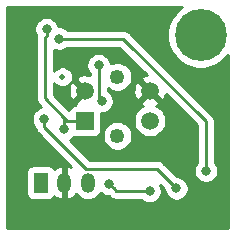
<source format=gbr>
G04 #@! TF.GenerationSoftware,KiCad,Pcbnew,(5.1.2)-1*
G04 #@! TF.CreationDate,2020-06-07T15:31:51+02:00*
G04 #@! TF.ProjectId,ir-detector,69722d64-6574-4656-9374-6f722e6b6963,rev?*
G04 #@! TF.SameCoordinates,Original*
G04 #@! TF.FileFunction,Copper,L2,Bot*
G04 #@! TF.FilePolarity,Positive*
%FSLAX46Y46*%
G04 Gerber Fmt 4.6, Leading zero omitted, Abs format (unit mm)*
G04 Created by KiCad (PCBNEW (5.1.2)-1) date 2020-06-07 15:31:51*
%MOMM*%
%LPD*%
G04 APERTURE LIST*
%ADD10C,4.400000*%
%ADD11C,0.700000*%
%ADD12R,1.200000X1.700000*%
%ADD13O,1.200000X1.700000*%
%ADD14C,1.250000*%
%ADD15C,0.500000*%
%ADD16C,1.500000*%
%ADD17R,1.500000X1.500000*%
%ADD18C,0.800000*%
%ADD19C,0.250000*%
%ADD20C,0.254000*%
G04 APERTURE END LIST*
D10*
X82042000Y-48514000D03*
D11*
X83692000Y-48514000D03*
X83208726Y-49680726D03*
X82042000Y-50164000D03*
X80875274Y-49680726D03*
X80392000Y-48514000D03*
X80875274Y-47347274D03*
X82042000Y-46864000D03*
X83208726Y-47347274D03*
D12*
X68500000Y-61000000D03*
D13*
X70500000Y-61000000D03*
X72500000Y-61000000D03*
D14*
X75000000Y-57040000D03*
X75000000Y-52050000D03*
D15*
X70350000Y-52050000D03*
D16*
X77750000Y-55770000D03*
X77750000Y-53230000D03*
X72250000Y-53230000D03*
D17*
X72250000Y-55770000D03*
D18*
X67000000Y-58500000D03*
X67000000Y-51500000D03*
X75946000Y-48006000D03*
X82500000Y-60000000D03*
X70093888Y-48814184D03*
X73660000Y-54102000D03*
X73406000Y-51054000D03*
X80000000Y-61500000D03*
X68775000Y-55637653D03*
X70500020Y-56500000D03*
X69000000Y-48000000D03*
X77724000Y-61722000D03*
X74294509Y-61103884D03*
D19*
X70659573Y-48814184D02*
X70093888Y-48814184D01*
X82500000Y-60000000D02*
X82500000Y-55830000D01*
X75484184Y-48814184D02*
X70659573Y-48814184D01*
X82500000Y-55830000D02*
X75484184Y-48814184D01*
X73406000Y-53848000D02*
X73406000Y-51054000D01*
X73660000Y-54102000D02*
X73406000Y-53848000D01*
X79600001Y-61100001D02*
X80000000Y-61500000D01*
X78324990Y-59824990D02*
X79600001Y-61100001D01*
X72333312Y-59824990D02*
X78324990Y-59824990D01*
X68775000Y-55637653D02*
X68775000Y-56266678D01*
X68775000Y-56266678D02*
X72333312Y-59824990D01*
X70760000Y-55770000D02*
X70500000Y-55510000D01*
X72250000Y-55770000D02*
X70760000Y-55770000D01*
X70500000Y-55510000D02*
X70500000Y-55500000D01*
X70500020Y-55934315D02*
X70500020Y-56500000D01*
X70500000Y-55500000D02*
X70500020Y-55500020D01*
X70500020Y-55500020D02*
X70500020Y-55934315D01*
X77724000Y-61722000D02*
X74912625Y-61722000D01*
X74694508Y-61503883D02*
X74294509Y-61103884D01*
X74912625Y-61722000D02*
X74694508Y-61503883D01*
X68870998Y-53870998D02*
X70500000Y-55500000D01*
X68870998Y-48694687D02*
X68870998Y-53870998D01*
X69000000Y-48000000D02*
X69000000Y-48565685D01*
X69000000Y-48565685D02*
X68870998Y-48694687D01*
D20*
G36*
X80234793Y-46311912D02*
G01*
X79839912Y-46706793D01*
X79529656Y-47171124D01*
X79315948Y-47687061D01*
X79207000Y-48234777D01*
X79207000Y-48793223D01*
X79315948Y-49340939D01*
X79529656Y-49856876D01*
X79839912Y-50321207D01*
X80234793Y-50716088D01*
X80699124Y-51026344D01*
X81215061Y-51240052D01*
X81762777Y-51349000D01*
X82321223Y-51349000D01*
X82868939Y-51240052D01*
X83384876Y-51026344D01*
X83849207Y-50716088D01*
X84244088Y-50321207D01*
X84340000Y-50177664D01*
X84340001Y-64840000D01*
X65660000Y-64840000D01*
X65660000Y-60150000D01*
X67261928Y-60150000D01*
X67261928Y-61850000D01*
X67274188Y-61974482D01*
X67310498Y-62094180D01*
X67369463Y-62204494D01*
X67448815Y-62301185D01*
X67545506Y-62380537D01*
X67655820Y-62439502D01*
X67775518Y-62475812D01*
X67900000Y-62488072D01*
X69100000Y-62488072D01*
X69224482Y-62475812D01*
X69344180Y-62439502D01*
X69454494Y-62380537D01*
X69551185Y-62301185D01*
X69630537Y-62204494D01*
X69652962Y-62162540D01*
X69670872Y-62181938D01*
X69868616Y-62325786D01*
X70090623Y-62428292D01*
X70182391Y-62443462D01*
X70373000Y-62318731D01*
X70373000Y-61127000D01*
X70353000Y-61127000D01*
X70353000Y-60873000D01*
X70373000Y-60873000D01*
X70373000Y-59681269D01*
X70182391Y-59556538D01*
X70090623Y-59571708D01*
X69868616Y-59674214D01*
X69670872Y-59818062D01*
X69652962Y-59837460D01*
X69630537Y-59795506D01*
X69551185Y-59698815D01*
X69454494Y-59619463D01*
X69344180Y-59560498D01*
X69224482Y-59524188D01*
X69100000Y-59511928D01*
X67900000Y-59511928D01*
X67775518Y-59524188D01*
X67655820Y-59560498D01*
X67545506Y-59619463D01*
X67448815Y-59698815D01*
X67369463Y-59795506D01*
X67310498Y-59905820D01*
X67274188Y-60025518D01*
X67261928Y-60150000D01*
X65660000Y-60150000D01*
X65660000Y-55535714D01*
X67740000Y-55535714D01*
X67740000Y-55739592D01*
X67779774Y-55939551D01*
X67857795Y-56127909D01*
X67971063Y-56297427D01*
X68019081Y-56345445D01*
X68025997Y-56415664D01*
X68069454Y-56558925D01*
X68074994Y-56569289D01*
X68140026Y-56690954D01*
X68200122Y-56764180D01*
X68235000Y-56806679D01*
X68263998Y-56830477D01*
X71087448Y-59653928D01*
X70909377Y-59571708D01*
X70817609Y-59556538D01*
X70627000Y-59681269D01*
X70627000Y-60873000D01*
X70647000Y-60873000D01*
X70647000Y-61127000D01*
X70627000Y-61127000D01*
X70627000Y-62318731D01*
X70817609Y-62443462D01*
X70909377Y-62428292D01*
X71131384Y-62325786D01*
X71329128Y-62181938D01*
X71495009Y-62002276D01*
X71505568Y-61985022D01*
X71622499Y-62127502D01*
X71810552Y-62281833D01*
X72025100Y-62396511D01*
X72257899Y-62467130D01*
X72500000Y-62490975D01*
X72742102Y-62467130D01*
X72974901Y-62396511D01*
X73189449Y-62281833D01*
X73377502Y-62127502D01*
X73531833Y-61939449D01*
X73578693Y-61851779D01*
X73634735Y-61907821D01*
X73804253Y-62021089D01*
X73992611Y-62099110D01*
X74192570Y-62138884D01*
X74254708Y-62138884D01*
X74348821Y-62232997D01*
X74372624Y-62262001D01*
X74488349Y-62356974D01*
X74620378Y-62427546D01*
X74763639Y-62471003D01*
X74875292Y-62482000D01*
X74875302Y-62482000D01*
X74912624Y-62485676D01*
X74949947Y-62482000D01*
X77020289Y-62482000D01*
X77064226Y-62525937D01*
X77233744Y-62639205D01*
X77422102Y-62717226D01*
X77622061Y-62757000D01*
X77825939Y-62757000D01*
X78025898Y-62717226D01*
X78214256Y-62639205D01*
X78383774Y-62525937D01*
X78527937Y-62381774D01*
X78641205Y-62212256D01*
X78719226Y-62023898D01*
X78759000Y-61823939D01*
X78759000Y-61620061D01*
X78719226Y-61420102D01*
X78641205Y-61231744D01*
X78609515Y-61184317D01*
X78965000Y-61539802D01*
X78965000Y-61601939D01*
X79004774Y-61801898D01*
X79082795Y-61990256D01*
X79196063Y-62159774D01*
X79340226Y-62303937D01*
X79509744Y-62417205D01*
X79698102Y-62495226D01*
X79898061Y-62535000D01*
X80101939Y-62535000D01*
X80301898Y-62495226D01*
X80490256Y-62417205D01*
X80659774Y-62303937D01*
X80803937Y-62159774D01*
X80917205Y-61990256D01*
X80995226Y-61801898D01*
X81035000Y-61601939D01*
X81035000Y-61398061D01*
X80995226Y-61198102D01*
X80917205Y-61009744D01*
X80803937Y-60840226D01*
X80659774Y-60696063D01*
X80490256Y-60582795D01*
X80301898Y-60504774D01*
X80101939Y-60465000D01*
X80039802Y-60465000D01*
X78888794Y-59313993D01*
X78864991Y-59284989D01*
X78749266Y-59190016D01*
X78617237Y-59119444D01*
X78473976Y-59075987D01*
X78362323Y-59064990D01*
X78362312Y-59064990D01*
X78324990Y-59061314D01*
X78287668Y-59064990D01*
X72648114Y-59064990D01*
X70996302Y-57413179D01*
X71159794Y-57303937D01*
X71303957Y-57159774D01*
X71323774Y-57130116D01*
X71375518Y-57145812D01*
X71500000Y-57158072D01*
X73000000Y-57158072D01*
X73124482Y-57145812D01*
X73244180Y-57109502D01*
X73354494Y-57050537D01*
X73451185Y-56971185D01*
X73496555Y-56915901D01*
X73740000Y-56915901D01*
X73740000Y-57164099D01*
X73788421Y-57407529D01*
X73883402Y-57636834D01*
X74021294Y-57843203D01*
X74196797Y-58018706D01*
X74403166Y-58156598D01*
X74632471Y-58251579D01*
X74875901Y-58300000D01*
X75124099Y-58300000D01*
X75367529Y-58251579D01*
X75596834Y-58156598D01*
X75803203Y-58018706D01*
X75978706Y-57843203D01*
X76116598Y-57636834D01*
X76211579Y-57407529D01*
X76260000Y-57164099D01*
X76260000Y-56915901D01*
X76211579Y-56672471D01*
X76116598Y-56443166D01*
X75978706Y-56236797D01*
X75803203Y-56061294D01*
X75596834Y-55923402D01*
X75367529Y-55828421D01*
X75124099Y-55780000D01*
X74875901Y-55780000D01*
X74632471Y-55828421D01*
X74403166Y-55923402D01*
X74196797Y-56061294D01*
X74021294Y-56236797D01*
X73883402Y-56443166D01*
X73788421Y-56672471D01*
X73740000Y-56915901D01*
X73496555Y-56915901D01*
X73530537Y-56874494D01*
X73589502Y-56764180D01*
X73625812Y-56644482D01*
X73638072Y-56520000D01*
X73638072Y-55633589D01*
X76365000Y-55633589D01*
X76365000Y-55906411D01*
X76418225Y-56173989D01*
X76522629Y-56426043D01*
X76674201Y-56652886D01*
X76867114Y-56845799D01*
X77093957Y-56997371D01*
X77346011Y-57101775D01*
X77613589Y-57155000D01*
X77886411Y-57155000D01*
X78153989Y-57101775D01*
X78406043Y-56997371D01*
X78632886Y-56845799D01*
X78825799Y-56652886D01*
X78977371Y-56426043D01*
X79081775Y-56173989D01*
X79135000Y-55906411D01*
X79135000Y-55633589D01*
X79081775Y-55366011D01*
X78977371Y-55113957D01*
X78825799Y-54887114D01*
X78632886Y-54694201D01*
X78406043Y-54542629D01*
X78306721Y-54501489D01*
X78348832Y-54486277D01*
X78461863Y-54425860D01*
X78527388Y-54186993D01*
X77750000Y-53409605D01*
X76972612Y-54186993D01*
X77038137Y-54425860D01*
X77196477Y-54500164D01*
X77093957Y-54542629D01*
X76867114Y-54694201D01*
X76674201Y-54887114D01*
X76522629Y-55113957D01*
X76418225Y-55366011D01*
X76365000Y-55633589D01*
X73638072Y-55633589D01*
X73638072Y-55137000D01*
X73761939Y-55137000D01*
X73961898Y-55097226D01*
X74150256Y-55019205D01*
X74319774Y-54905937D01*
X74463937Y-54761774D01*
X74577205Y-54592256D01*
X74655226Y-54403898D01*
X74695000Y-54203939D01*
X74695000Y-54000061D01*
X74655226Y-53800102D01*
X74577205Y-53611744D01*
X74463937Y-53442226D01*
X74319774Y-53298063D01*
X74166000Y-53195315D01*
X74166000Y-52997909D01*
X74196797Y-53028706D01*
X74403166Y-53166598D01*
X74632471Y-53261579D01*
X74875901Y-53310000D01*
X75124099Y-53310000D01*
X75161844Y-53302492D01*
X76360188Y-53302492D01*
X76401035Y-53572238D01*
X76493723Y-53828832D01*
X76554140Y-53941863D01*
X76793007Y-54007388D01*
X77570395Y-53230000D01*
X76793007Y-52452612D01*
X76554140Y-52518137D01*
X76438240Y-52765116D01*
X76372750Y-53029960D01*
X76360188Y-53302492D01*
X75161844Y-53302492D01*
X75367529Y-53261579D01*
X75596834Y-53166598D01*
X75803203Y-53028706D01*
X75978706Y-52853203D01*
X76116598Y-52646834D01*
X76211579Y-52417529D01*
X76260000Y-52174099D01*
X76260000Y-51925901D01*
X76211579Y-51682471D01*
X76116598Y-51453166D01*
X75978706Y-51246797D01*
X75803203Y-51071294D01*
X75596834Y-50933402D01*
X75367529Y-50838421D01*
X75124099Y-50790000D01*
X74875901Y-50790000D01*
X74632471Y-50838421D01*
X74434691Y-50920344D01*
X74401226Y-50752102D01*
X74323205Y-50563744D01*
X74209937Y-50394226D01*
X74065774Y-50250063D01*
X73896256Y-50136795D01*
X73707898Y-50058774D01*
X73507939Y-50019000D01*
X73304061Y-50019000D01*
X73104102Y-50058774D01*
X72915744Y-50136795D01*
X72746226Y-50250063D01*
X72602063Y-50394226D01*
X72488795Y-50563744D01*
X72410774Y-50752102D01*
X72371000Y-50952061D01*
X72371000Y-51155939D01*
X72410774Y-51355898D01*
X72488795Y-51544256D01*
X72602063Y-51713774D01*
X72646001Y-51757712D01*
X72646001Y-51901207D01*
X72450040Y-51852750D01*
X72177508Y-51840188D01*
X71907762Y-51881035D01*
X71651168Y-51973723D01*
X71538137Y-52034140D01*
X71472612Y-52273007D01*
X72250000Y-53050395D01*
X72264143Y-53036253D01*
X72443748Y-53215858D01*
X72429605Y-53230000D01*
X72443748Y-53244143D01*
X72264143Y-53423748D01*
X72250000Y-53409605D01*
X71472612Y-54186993D01*
X71526086Y-54381928D01*
X71500000Y-54381928D01*
X71375518Y-54394188D01*
X71255820Y-54430498D01*
X71145506Y-54489463D01*
X71048815Y-54568815D01*
X70969463Y-54665506D01*
X70910498Y-54775820D01*
X70896562Y-54821760D01*
X69630998Y-53556197D01*
X69630998Y-52566895D01*
X69662576Y-52614155D01*
X69785845Y-52737424D01*
X69930795Y-52834277D01*
X70091855Y-52900990D01*
X70262835Y-52935000D01*
X70437165Y-52935000D01*
X70608145Y-52900990D01*
X70769205Y-52834277D01*
X70914155Y-52737424D01*
X70984021Y-52667558D01*
X70938240Y-52765116D01*
X70872750Y-53029960D01*
X70860188Y-53302492D01*
X70901035Y-53572238D01*
X70993723Y-53828832D01*
X71054140Y-53941863D01*
X71293007Y-54007388D01*
X72070395Y-53230000D01*
X71293007Y-52452612D01*
X71112229Y-52502202D01*
X71134277Y-52469205D01*
X71200990Y-52308145D01*
X71235000Y-52137165D01*
X71235000Y-51962835D01*
X71200990Y-51791855D01*
X71134277Y-51630795D01*
X71037424Y-51485845D01*
X70914155Y-51362576D01*
X70769205Y-51265723D01*
X70608145Y-51199010D01*
X70437165Y-51165000D01*
X70262835Y-51165000D01*
X70091855Y-51199010D01*
X69930795Y-51265723D01*
X69785845Y-51362576D01*
X69662576Y-51485845D01*
X69630998Y-51533105D01*
X69630998Y-49742724D01*
X69791990Y-49809410D01*
X69991949Y-49849184D01*
X70195827Y-49849184D01*
X70395786Y-49809410D01*
X70584144Y-49731389D01*
X70753662Y-49618121D01*
X70797599Y-49574184D01*
X75169383Y-49574184D01*
X77467229Y-51872030D01*
X77407762Y-51881035D01*
X77151168Y-51973723D01*
X77038137Y-52034140D01*
X76972612Y-52273007D01*
X77750000Y-53050395D01*
X77764143Y-53036253D01*
X77943748Y-53215858D01*
X77929605Y-53230000D01*
X78706993Y-54007388D01*
X78945860Y-53941863D01*
X79061760Y-53694884D01*
X79107026Y-53511827D01*
X81740001Y-56144803D01*
X81740000Y-59296289D01*
X81696063Y-59340226D01*
X81582795Y-59509744D01*
X81504774Y-59698102D01*
X81465000Y-59898061D01*
X81465000Y-60101939D01*
X81504774Y-60301898D01*
X81582795Y-60490256D01*
X81696063Y-60659774D01*
X81840226Y-60803937D01*
X82009744Y-60917205D01*
X82198102Y-60995226D01*
X82398061Y-61035000D01*
X82601939Y-61035000D01*
X82801898Y-60995226D01*
X82990256Y-60917205D01*
X83159774Y-60803937D01*
X83303937Y-60659774D01*
X83417205Y-60490256D01*
X83495226Y-60301898D01*
X83535000Y-60101939D01*
X83535000Y-59898061D01*
X83495226Y-59698102D01*
X83417205Y-59509744D01*
X83303937Y-59340226D01*
X83260000Y-59296289D01*
X83260000Y-55867322D01*
X83263676Y-55829999D01*
X83260000Y-55792676D01*
X83260000Y-55792667D01*
X83249003Y-55681014D01*
X83205546Y-55537753D01*
X83204456Y-55535714D01*
X83134974Y-55405723D01*
X83063799Y-55318997D01*
X83040001Y-55289999D01*
X83011003Y-55266201D01*
X76047988Y-48303187D01*
X76024185Y-48274183D01*
X75908460Y-48179210D01*
X75776431Y-48108638D01*
X75633170Y-48065181D01*
X75521517Y-48054184D01*
X75521506Y-48054184D01*
X75484184Y-48050508D01*
X75446862Y-48054184D01*
X70797599Y-48054184D01*
X70753662Y-48010247D01*
X70584144Y-47896979D01*
X70395786Y-47818958D01*
X70195827Y-47779184D01*
X70011354Y-47779184D01*
X69995226Y-47698102D01*
X69917205Y-47509744D01*
X69803937Y-47340226D01*
X69659774Y-47196063D01*
X69490256Y-47082795D01*
X69301898Y-47004774D01*
X69101939Y-46965000D01*
X68898061Y-46965000D01*
X68698102Y-47004774D01*
X68509744Y-47082795D01*
X68340226Y-47196063D01*
X68196063Y-47340226D01*
X68082795Y-47509744D01*
X68004774Y-47698102D01*
X67965000Y-47898061D01*
X67965000Y-48101939D01*
X68004774Y-48301898D01*
X68082795Y-48490256D01*
X68121719Y-48548509D01*
X68110998Y-48657355D01*
X68110998Y-48657365D01*
X68107322Y-48694687D01*
X68110998Y-48732010D01*
X68110999Y-53833666D01*
X68107322Y-53870998D01*
X68121996Y-54019983D01*
X68165452Y-54163244D01*
X68236024Y-54295274D01*
X68288325Y-54359002D01*
X68330998Y-54410999D01*
X68359996Y-54434797D01*
X68551943Y-54626745D01*
X68473102Y-54642427D01*
X68284744Y-54720448D01*
X68115226Y-54833716D01*
X67971063Y-54977879D01*
X67857795Y-55147397D01*
X67779774Y-55335755D01*
X67740000Y-55535714D01*
X65660000Y-55535714D01*
X65660000Y-46160000D01*
X80462145Y-46160000D01*
X80234793Y-46311912D01*
X80234793Y-46311912D01*
G37*
X80234793Y-46311912D02*
X79839912Y-46706793D01*
X79529656Y-47171124D01*
X79315948Y-47687061D01*
X79207000Y-48234777D01*
X79207000Y-48793223D01*
X79315948Y-49340939D01*
X79529656Y-49856876D01*
X79839912Y-50321207D01*
X80234793Y-50716088D01*
X80699124Y-51026344D01*
X81215061Y-51240052D01*
X81762777Y-51349000D01*
X82321223Y-51349000D01*
X82868939Y-51240052D01*
X83384876Y-51026344D01*
X83849207Y-50716088D01*
X84244088Y-50321207D01*
X84340000Y-50177664D01*
X84340001Y-64840000D01*
X65660000Y-64840000D01*
X65660000Y-60150000D01*
X67261928Y-60150000D01*
X67261928Y-61850000D01*
X67274188Y-61974482D01*
X67310498Y-62094180D01*
X67369463Y-62204494D01*
X67448815Y-62301185D01*
X67545506Y-62380537D01*
X67655820Y-62439502D01*
X67775518Y-62475812D01*
X67900000Y-62488072D01*
X69100000Y-62488072D01*
X69224482Y-62475812D01*
X69344180Y-62439502D01*
X69454494Y-62380537D01*
X69551185Y-62301185D01*
X69630537Y-62204494D01*
X69652962Y-62162540D01*
X69670872Y-62181938D01*
X69868616Y-62325786D01*
X70090623Y-62428292D01*
X70182391Y-62443462D01*
X70373000Y-62318731D01*
X70373000Y-61127000D01*
X70353000Y-61127000D01*
X70353000Y-60873000D01*
X70373000Y-60873000D01*
X70373000Y-59681269D01*
X70182391Y-59556538D01*
X70090623Y-59571708D01*
X69868616Y-59674214D01*
X69670872Y-59818062D01*
X69652962Y-59837460D01*
X69630537Y-59795506D01*
X69551185Y-59698815D01*
X69454494Y-59619463D01*
X69344180Y-59560498D01*
X69224482Y-59524188D01*
X69100000Y-59511928D01*
X67900000Y-59511928D01*
X67775518Y-59524188D01*
X67655820Y-59560498D01*
X67545506Y-59619463D01*
X67448815Y-59698815D01*
X67369463Y-59795506D01*
X67310498Y-59905820D01*
X67274188Y-60025518D01*
X67261928Y-60150000D01*
X65660000Y-60150000D01*
X65660000Y-55535714D01*
X67740000Y-55535714D01*
X67740000Y-55739592D01*
X67779774Y-55939551D01*
X67857795Y-56127909D01*
X67971063Y-56297427D01*
X68019081Y-56345445D01*
X68025997Y-56415664D01*
X68069454Y-56558925D01*
X68074994Y-56569289D01*
X68140026Y-56690954D01*
X68200122Y-56764180D01*
X68235000Y-56806679D01*
X68263998Y-56830477D01*
X71087448Y-59653928D01*
X70909377Y-59571708D01*
X70817609Y-59556538D01*
X70627000Y-59681269D01*
X70627000Y-60873000D01*
X70647000Y-60873000D01*
X70647000Y-61127000D01*
X70627000Y-61127000D01*
X70627000Y-62318731D01*
X70817609Y-62443462D01*
X70909377Y-62428292D01*
X71131384Y-62325786D01*
X71329128Y-62181938D01*
X71495009Y-62002276D01*
X71505568Y-61985022D01*
X71622499Y-62127502D01*
X71810552Y-62281833D01*
X72025100Y-62396511D01*
X72257899Y-62467130D01*
X72500000Y-62490975D01*
X72742102Y-62467130D01*
X72974901Y-62396511D01*
X73189449Y-62281833D01*
X73377502Y-62127502D01*
X73531833Y-61939449D01*
X73578693Y-61851779D01*
X73634735Y-61907821D01*
X73804253Y-62021089D01*
X73992611Y-62099110D01*
X74192570Y-62138884D01*
X74254708Y-62138884D01*
X74348821Y-62232997D01*
X74372624Y-62262001D01*
X74488349Y-62356974D01*
X74620378Y-62427546D01*
X74763639Y-62471003D01*
X74875292Y-62482000D01*
X74875302Y-62482000D01*
X74912624Y-62485676D01*
X74949947Y-62482000D01*
X77020289Y-62482000D01*
X77064226Y-62525937D01*
X77233744Y-62639205D01*
X77422102Y-62717226D01*
X77622061Y-62757000D01*
X77825939Y-62757000D01*
X78025898Y-62717226D01*
X78214256Y-62639205D01*
X78383774Y-62525937D01*
X78527937Y-62381774D01*
X78641205Y-62212256D01*
X78719226Y-62023898D01*
X78759000Y-61823939D01*
X78759000Y-61620061D01*
X78719226Y-61420102D01*
X78641205Y-61231744D01*
X78609515Y-61184317D01*
X78965000Y-61539802D01*
X78965000Y-61601939D01*
X79004774Y-61801898D01*
X79082795Y-61990256D01*
X79196063Y-62159774D01*
X79340226Y-62303937D01*
X79509744Y-62417205D01*
X79698102Y-62495226D01*
X79898061Y-62535000D01*
X80101939Y-62535000D01*
X80301898Y-62495226D01*
X80490256Y-62417205D01*
X80659774Y-62303937D01*
X80803937Y-62159774D01*
X80917205Y-61990256D01*
X80995226Y-61801898D01*
X81035000Y-61601939D01*
X81035000Y-61398061D01*
X80995226Y-61198102D01*
X80917205Y-61009744D01*
X80803937Y-60840226D01*
X80659774Y-60696063D01*
X80490256Y-60582795D01*
X80301898Y-60504774D01*
X80101939Y-60465000D01*
X80039802Y-60465000D01*
X78888794Y-59313993D01*
X78864991Y-59284989D01*
X78749266Y-59190016D01*
X78617237Y-59119444D01*
X78473976Y-59075987D01*
X78362323Y-59064990D01*
X78362312Y-59064990D01*
X78324990Y-59061314D01*
X78287668Y-59064990D01*
X72648114Y-59064990D01*
X70996302Y-57413179D01*
X71159794Y-57303937D01*
X71303957Y-57159774D01*
X71323774Y-57130116D01*
X71375518Y-57145812D01*
X71500000Y-57158072D01*
X73000000Y-57158072D01*
X73124482Y-57145812D01*
X73244180Y-57109502D01*
X73354494Y-57050537D01*
X73451185Y-56971185D01*
X73496555Y-56915901D01*
X73740000Y-56915901D01*
X73740000Y-57164099D01*
X73788421Y-57407529D01*
X73883402Y-57636834D01*
X74021294Y-57843203D01*
X74196797Y-58018706D01*
X74403166Y-58156598D01*
X74632471Y-58251579D01*
X74875901Y-58300000D01*
X75124099Y-58300000D01*
X75367529Y-58251579D01*
X75596834Y-58156598D01*
X75803203Y-58018706D01*
X75978706Y-57843203D01*
X76116598Y-57636834D01*
X76211579Y-57407529D01*
X76260000Y-57164099D01*
X76260000Y-56915901D01*
X76211579Y-56672471D01*
X76116598Y-56443166D01*
X75978706Y-56236797D01*
X75803203Y-56061294D01*
X75596834Y-55923402D01*
X75367529Y-55828421D01*
X75124099Y-55780000D01*
X74875901Y-55780000D01*
X74632471Y-55828421D01*
X74403166Y-55923402D01*
X74196797Y-56061294D01*
X74021294Y-56236797D01*
X73883402Y-56443166D01*
X73788421Y-56672471D01*
X73740000Y-56915901D01*
X73496555Y-56915901D01*
X73530537Y-56874494D01*
X73589502Y-56764180D01*
X73625812Y-56644482D01*
X73638072Y-56520000D01*
X73638072Y-55633589D01*
X76365000Y-55633589D01*
X76365000Y-55906411D01*
X76418225Y-56173989D01*
X76522629Y-56426043D01*
X76674201Y-56652886D01*
X76867114Y-56845799D01*
X77093957Y-56997371D01*
X77346011Y-57101775D01*
X77613589Y-57155000D01*
X77886411Y-57155000D01*
X78153989Y-57101775D01*
X78406043Y-56997371D01*
X78632886Y-56845799D01*
X78825799Y-56652886D01*
X78977371Y-56426043D01*
X79081775Y-56173989D01*
X79135000Y-55906411D01*
X79135000Y-55633589D01*
X79081775Y-55366011D01*
X78977371Y-55113957D01*
X78825799Y-54887114D01*
X78632886Y-54694201D01*
X78406043Y-54542629D01*
X78306721Y-54501489D01*
X78348832Y-54486277D01*
X78461863Y-54425860D01*
X78527388Y-54186993D01*
X77750000Y-53409605D01*
X76972612Y-54186993D01*
X77038137Y-54425860D01*
X77196477Y-54500164D01*
X77093957Y-54542629D01*
X76867114Y-54694201D01*
X76674201Y-54887114D01*
X76522629Y-55113957D01*
X76418225Y-55366011D01*
X76365000Y-55633589D01*
X73638072Y-55633589D01*
X73638072Y-55137000D01*
X73761939Y-55137000D01*
X73961898Y-55097226D01*
X74150256Y-55019205D01*
X74319774Y-54905937D01*
X74463937Y-54761774D01*
X74577205Y-54592256D01*
X74655226Y-54403898D01*
X74695000Y-54203939D01*
X74695000Y-54000061D01*
X74655226Y-53800102D01*
X74577205Y-53611744D01*
X74463937Y-53442226D01*
X74319774Y-53298063D01*
X74166000Y-53195315D01*
X74166000Y-52997909D01*
X74196797Y-53028706D01*
X74403166Y-53166598D01*
X74632471Y-53261579D01*
X74875901Y-53310000D01*
X75124099Y-53310000D01*
X75161844Y-53302492D01*
X76360188Y-53302492D01*
X76401035Y-53572238D01*
X76493723Y-53828832D01*
X76554140Y-53941863D01*
X76793007Y-54007388D01*
X77570395Y-53230000D01*
X76793007Y-52452612D01*
X76554140Y-52518137D01*
X76438240Y-52765116D01*
X76372750Y-53029960D01*
X76360188Y-53302492D01*
X75161844Y-53302492D01*
X75367529Y-53261579D01*
X75596834Y-53166598D01*
X75803203Y-53028706D01*
X75978706Y-52853203D01*
X76116598Y-52646834D01*
X76211579Y-52417529D01*
X76260000Y-52174099D01*
X76260000Y-51925901D01*
X76211579Y-51682471D01*
X76116598Y-51453166D01*
X75978706Y-51246797D01*
X75803203Y-51071294D01*
X75596834Y-50933402D01*
X75367529Y-50838421D01*
X75124099Y-50790000D01*
X74875901Y-50790000D01*
X74632471Y-50838421D01*
X74434691Y-50920344D01*
X74401226Y-50752102D01*
X74323205Y-50563744D01*
X74209937Y-50394226D01*
X74065774Y-50250063D01*
X73896256Y-50136795D01*
X73707898Y-50058774D01*
X73507939Y-50019000D01*
X73304061Y-50019000D01*
X73104102Y-50058774D01*
X72915744Y-50136795D01*
X72746226Y-50250063D01*
X72602063Y-50394226D01*
X72488795Y-50563744D01*
X72410774Y-50752102D01*
X72371000Y-50952061D01*
X72371000Y-51155939D01*
X72410774Y-51355898D01*
X72488795Y-51544256D01*
X72602063Y-51713774D01*
X72646001Y-51757712D01*
X72646001Y-51901207D01*
X72450040Y-51852750D01*
X72177508Y-51840188D01*
X71907762Y-51881035D01*
X71651168Y-51973723D01*
X71538137Y-52034140D01*
X71472612Y-52273007D01*
X72250000Y-53050395D01*
X72264143Y-53036253D01*
X72443748Y-53215858D01*
X72429605Y-53230000D01*
X72443748Y-53244143D01*
X72264143Y-53423748D01*
X72250000Y-53409605D01*
X71472612Y-54186993D01*
X71526086Y-54381928D01*
X71500000Y-54381928D01*
X71375518Y-54394188D01*
X71255820Y-54430498D01*
X71145506Y-54489463D01*
X71048815Y-54568815D01*
X70969463Y-54665506D01*
X70910498Y-54775820D01*
X70896562Y-54821760D01*
X69630998Y-53556197D01*
X69630998Y-52566895D01*
X69662576Y-52614155D01*
X69785845Y-52737424D01*
X69930795Y-52834277D01*
X70091855Y-52900990D01*
X70262835Y-52935000D01*
X70437165Y-52935000D01*
X70608145Y-52900990D01*
X70769205Y-52834277D01*
X70914155Y-52737424D01*
X70984021Y-52667558D01*
X70938240Y-52765116D01*
X70872750Y-53029960D01*
X70860188Y-53302492D01*
X70901035Y-53572238D01*
X70993723Y-53828832D01*
X71054140Y-53941863D01*
X71293007Y-54007388D01*
X72070395Y-53230000D01*
X71293007Y-52452612D01*
X71112229Y-52502202D01*
X71134277Y-52469205D01*
X71200990Y-52308145D01*
X71235000Y-52137165D01*
X71235000Y-51962835D01*
X71200990Y-51791855D01*
X71134277Y-51630795D01*
X71037424Y-51485845D01*
X70914155Y-51362576D01*
X70769205Y-51265723D01*
X70608145Y-51199010D01*
X70437165Y-51165000D01*
X70262835Y-51165000D01*
X70091855Y-51199010D01*
X69930795Y-51265723D01*
X69785845Y-51362576D01*
X69662576Y-51485845D01*
X69630998Y-51533105D01*
X69630998Y-49742724D01*
X69791990Y-49809410D01*
X69991949Y-49849184D01*
X70195827Y-49849184D01*
X70395786Y-49809410D01*
X70584144Y-49731389D01*
X70753662Y-49618121D01*
X70797599Y-49574184D01*
X75169383Y-49574184D01*
X77467229Y-51872030D01*
X77407762Y-51881035D01*
X77151168Y-51973723D01*
X77038137Y-52034140D01*
X76972612Y-52273007D01*
X77750000Y-53050395D01*
X77764143Y-53036253D01*
X77943748Y-53215858D01*
X77929605Y-53230000D01*
X78706993Y-54007388D01*
X78945860Y-53941863D01*
X79061760Y-53694884D01*
X79107026Y-53511827D01*
X81740001Y-56144803D01*
X81740000Y-59296289D01*
X81696063Y-59340226D01*
X81582795Y-59509744D01*
X81504774Y-59698102D01*
X81465000Y-59898061D01*
X81465000Y-60101939D01*
X81504774Y-60301898D01*
X81582795Y-60490256D01*
X81696063Y-60659774D01*
X81840226Y-60803937D01*
X82009744Y-60917205D01*
X82198102Y-60995226D01*
X82398061Y-61035000D01*
X82601939Y-61035000D01*
X82801898Y-60995226D01*
X82990256Y-60917205D01*
X83159774Y-60803937D01*
X83303937Y-60659774D01*
X83417205Y-60490256D01*
X83495226Y-60301898D01*
X83535000Y-60101939D01*
X83535000Y-59898061D01*
X83495226Y-59698102D01*
X83417205Y-59509744D01*
X83303937Y-59340226D01*
X83260000Y-59296289D01*
X83260000Y-55867322D01*
X83263676Y-55829999D01*
X83260000Y-55792676D01*
X83260000Y-55792667D01*
X83249003Y-55681014D01*
X83205546Y-55537753D01*
X83204456Y-55535714D01*
X83134974Y-55405723D01*
X83063799Y-55318997D01*
X83040001Y-55289999D01*
X83011003Y-55266201D01*
X76047988Y-48303187D01*
X76024185Y-48274183D01*
X75908460Y-48179210D01*
X75776431Y-48108638D01*
X75633170Y-48065181D01*
X75521517Y-48054184D01*
X75521506Y-48054184D01*
X75484184Y-48050508D01*
X75446862Y-48054184D01*
X70797599Y-48054184D01*
X70753662Y-48010247D01*
X70584144Y-47896979D01*
X70395786Y-47818958D01*
X70195827Y-47779184D01*
X70011354Y-47779184D01*
X69995226Y-47698102D01*
X69917205Y-47509744D01*
X69803937Y-47340226D01*
X69659774Y-47196063D01*
X69490256Y-47082795D01*
X69301898Y-47004774D01*
X69101939Y-46965000D01*
X68898061Y-46965000D01*
X68698102Y-47004774D01*
X68509744Y-47082795D01*
X68340226Y-47196063D01*
X68196063Y-47340226D01*
X68082795Y-47509744D01*
X68004774Y-47698102D01*
X67965000Y-47898061D01*
X67965000Y-48101939D01*
X68004774Y-48301898D01*
X68082795Y-48490256D01*
X68121719Y-48548509D01*
X68110998Y-48657355D01*
X68110998Y-48657365D01*
X68107322Y-48694687D01*
X68110998Y-48732010D01*
X68110999Y-53833666D01*
X68107322Y-53870998D01*
X68121996Y-54019983D01*
X68165452Y-54163244D01*
X68236024Y-54295274D01*
X68288325Y-54359002D01*
X68330998Y-54410999D01*
X68359996Y-54434797D01*
X68551943Y-54626745D01*
X68473102Y-54642427D01*
X68284744Y-54720448D01*
X68115226Y-54833716D01*
X67971063Y-54977879D01*
X67857795Y-55147397D01*
X67779774Y-55335755D01*
X67740000Y-55535714D01*
X65660000Y-55535714D01*
X65660000Y-46160000D01*
X80462145Y-46160000D01*
X80234793Y-46311912D01*
M02*

</source>
